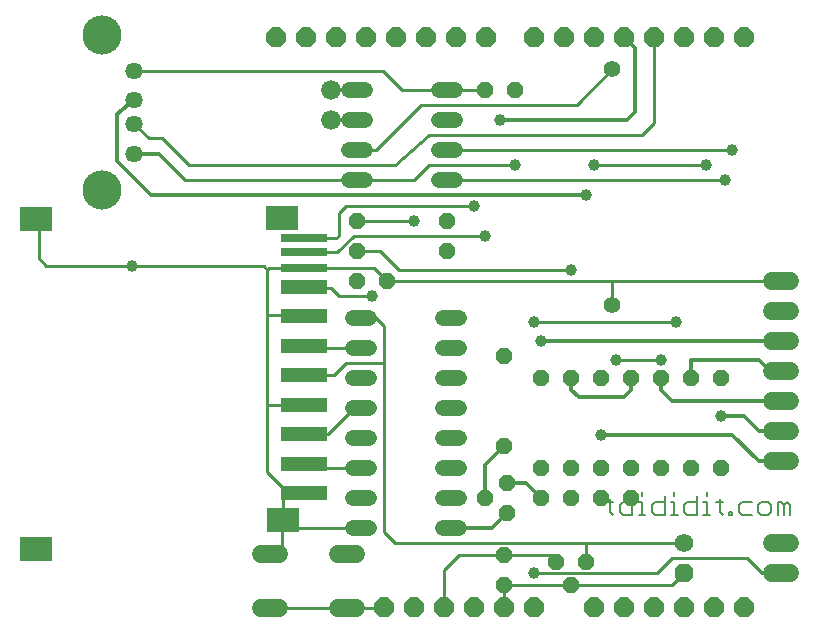
<source format=gtl>
G75*
%MOIN*%
%OFA0B0*%
%FSLAX24Y24*%
%IPPOS*%
%LPD*%
%AMOC8*
5,1,8,0,0,1.08239X$1,22.5*
%
%ADD10C,0.0060*%
%ADD11C,0.0600*%
%ADD12OC8,0.0520*%
%ADD13R,0.1102X0.0787*%
%ADD14R,0.1575X0.0276*%
%ADD15R,0.1575X0.0472*%
%ADD16OC8,0.0660*%
%ADD17OC8,0.0620*%
%ADD18C,0.0620*%
%ADD19C,0.0520*%
%ADD20C,0.0574*%
%ADD21C,0.1306*%
%ADD22C,0.0660*%
%ADD23C,0.0554*%
%ADD24C,0.0594*%
%ADD25C,0.0100*%
%ADD26C,0.0396*%
%ADD27C,0.0120*%
D10*
X023249Y004687D02*
X023355Y004580D01*
X023249Y004687D02*
X023249Y005114D01*
X023355Y005007D02*
X023142Y005007D01*
X023572Y004900D02*
X023678Y005007D01*
X023999Y005007D01*
X023999Y005221D02*
X023999Y004580D01*
X023678Y004580D01*
X023572Y004687D01*
X023572Y004900D01*
X024216Y005007D02*
X024323Y005007D01*
X024323Y004580D01*
X024216Y004580D02*
X024430Y004580D01*
X024646Y004687D02*
X024646Y004900D01*
X024753Y005007D01*
X025073Y005007D01*
X025073Y005221D02*
X025073Y004580D01*
X024753Y004580D01*
X024646Y004687D01*
X025290Y004580D02*
X025504Y004580D01*
X025397Y004580D02*
X025397Y005007D01*
X025290Y005007D01*
X025397Y005221D02*
X025397Y005327D01*
X025720Y004900D02*
X025827Y005007D01*
X026147Y005007D01*
X026147Y005221D02*
X026147Y004580D01*
X025827Y004580D01*
X025720Y004687D01*
X025720Y004900D01*
X026365Y005007D02*
X026471Y005007D01*
X026471Y004580D01*
X026365Y004580D02*
X026578Y004580D01*
X026901Y004687D02*
X026901Y005114D01*
X026794Y005007D02*
X027008Y005007D01*
X026901Y004687D02*
X027008Y004580D01*
X027224Y004580D02*
X027331Y004580D01*
X027331Y004687D01*
X027224Y004687D01*
X027224Y004580D01*
X027546Y004687D02*
X027546Y004900D01*
X027653Y005007D01*
X027973Y005007D01*
X028191Y004900D02*
X028191Y004687D01*
X028298Y004580D01*
X028511Y004580D01*
X028618Y004687D01*
X028618Y004900D01*
X028511Y005007D01*
X028298Y005007D01*
X028191Y004900D01*
X027973Y004580D02*
X027653Y004580D01*
X027546Y004687D01*
X026471Y005221D02*
X026471Y005327D01*
X024323Y005327D02*
X024323Y005221D01*
X028835Y005007D02*
X028835Y004580D01*
X029049Y004580D02*
X029049Y004900D01*
X029156Y005007D01*
X029262Y004900D01*
X029262Y004580D01*
X029049Y004900D02*
X028942Y005007D01*
X028835Y005007D01*
D11*
X028650Y006375D02*
X029250Y006375D01*
X029250Y007375D02*
X028650Y007375D01*
X028650Y008375D02*
X029250Y008375D01*
X029250Y009375D02*
X028650Y009375D01*
X028650Y010375D02*
X029250Y010375D01*
X029250Y011375D02*
X028650Y011375D01*
X028650Y012375D02*
X029250Y012375D01*
X014780Y003265D02*
X014180Y003265D01*
X012220Y003265D02*
X011620Y003265D01*
X011620Y001485D02*
X012220Y001485D01*
X014180Y001485D02*
X014780Y001485D01*
D12*
X019700Y002250D03*
X019700Y003250D03*
X021450Y003000D03*
X021950Y002250D03*
X022450Y003000D03*
X019825Y004625D03*
X019075Y005125D03*
X019825Y005625D03*
X020950Y005125D03*
X021950Y005125D03*
X022950Y005125D03*
X023950Y005125D03*
X023950Y006125D03*
X024950Y006125D03*
X025950Y006125D03*
X026950Y006125D03*
X026950Y009125D03*
X025950Y009125D03*
X024950Y009125D03*
X023950Y009125D03*
X022950Y009125D03*
X021950Y009125D03*
X020950Y009125D03*
X019700Y009875D03*
X015825Y012375D03*
X014825Y012375D03*
X014825Y013375D03*
X014825Y014375D03*
X017825Y014375D03*
X017825Y013375D03*
X019075Y018750D03*
X020075Y018750D03*
X019700Y006875D03*
X020950Y006125D03*
X021950Y006125D03*
X022950Y006125D03*
D13*
X004117Y003449D03*
X012346Y004394D03*
X012306Y014472D03*
X004117Y014433D03*
D14*
X013054Y013803D03*
X013054Y013331D03*
X013054Y012819D03*
D15*
X013054Y012189D03*
X013054Y011205D03*
X013054Y010220D03*
X013054Y009236D03*
X013054Y008252D03*
X013054Y007268D03*
X013054Y006283D03*
X013054Y005299D03*
D16*
X015700Y001500D03*
X016700Y001500D03*
X017700Y001500D03*
X018700Y001500D03*
X019700Y001500D03*
X020700Y001500D03*
X022700Y001500D03*
X023700Y001500D03*
X024700Y001500D03*
X025700Y001500D03*
X026700Y001500D03*
X027700Y001500D03*
X027700Y020500D03*
X026700Y020500D03*
X025700Y020500D03*
X024700Y020500D03*
X023700Y020500D03*
X022700Y020500D03*
X021700Y020500D03*
X020700Y020500D03*
X019100Y020500D03*
X018100Y020500D03*
X017100Y020500D03*
X016100Y020500D03*
X015100Y020500D03*
X014100Y020500D03*
X013100Y020500D03*
X012100Y020500D03*
D17*
X025700Y002625D03*
D18*
X025700Y003625D03*
D19*
X018210Y004125D02*
X017690Y004125D01*
X017690Y005125D02*
X018210Y005125D01*
X018210Y006125D02*
X017690Y006125D01*
X017690Y007125D02*
X018210Y007125D01*
X018210Y008125D02*
X017690Y008125D01*
X017690Y009125D02*
X018210Y009125D01*
X018210Y010125D02*
X017690Y010125D01*
X017690Y011125D02*
X018210Y011125D01*
X015210Y011125D02*
X014690Y011125D01*
X014690Y010125D02*
X015210Y010125D01*
X015210Y009125D02*
X014690Y009125D01*
X014690Y008125D02*
X015210Y008125D01*
X015210Y007125D02*
X014690Y007125D01*
X014690Y006125D02*
X015210Y006125D01*
X015210Y005125D02*
X014690Y005125D01*
X014690Y004125D02*
X015210Y004125D01*
X015085Y015750D02*
X014565Y015750D01*
X014565Y016750D02*
X015085Y016750D01*
X015085Y017750D02*
X014565Y017750D01*
X014565Y018750D02*
X015085Y018750D01*
X017565Y018750D02*
X018085Y018750D01*
X018085Y017750D02*
X017565Y017750D01*
X017565Y016750D02*
X018085Y016750D01*
X018085Y015750D02*
X017565Y015750D01*
D20*
X007392Y016622D03*
X007392Y017606D03*
X007392Y018394D03*
X007392Y019378D03*
D21*
X006325Y020587D03*
X006325Y015413D03*
D22*
X013950Y017750D03*
X013950Y018750D03*
D23*
X023325Y019437D03*
X023325Y011563D03*
D24*
X028653Y003625D02*
X029247Y003625D01*
X029247Y002625D02*
X028653Y002625D01*
D25*
X028950Y002625D02*
X028325Y002625D01*
X027825Y003125D01*
X025325Y003125D01*
X024825Y002625D01*
X020700Y002625D01*
X021450Y003000D02*
X021450Y003125D01*
X021325Y003250D01*
X019700Y003250D01*
X018200Y003250D01*
X017700Y002750D01*
X017700Y001500D01*
X015700Y001500D02*
X015685Y001485D01*
X014480Y001485D01*
X011920Y001485D01*
X011920Y003265D02*
X012185Y003265D01*
X012325Y003375D01*
X012325Y004373D01*
X012346Y004394D01*
X012346Y005354D01*
X012325Y005375D01*
X012450Y005375D01*
X011825Y006000D01*
X011825Y008250D01*
X013052Y008250D01*
X013054Y008252D01*
X013054Y009236D02*
X014061Y009236D01*
X014450Y009625D01*
X015700Y009625D01*
X015700Y004000D01*
X016075Y003625D01*
X022450Y003625D01*
X025700Y003625D01*
X025700Y002625D02*
X025325Y002250D01*
X021950Y002250D01*
X019700Y002250D01*
X019700Y001500D01*
X022450Y003000D02*
X022450Y003625D01*
X014950Y004125D02*
X012614Y004125D01*
X012346Y004394D01*
X012450Y005375D02*
X012979Y005375D01*
X013054Y005299D01*
X013213Y006125D02*
X014950Y006125D01*
X013843Y007268D02*
X014700Y008125D01*
X014950Y008125D01*
X013843Y007268D02*
X013054Y007268D01*
X013054Y006283D02*
X013213Y006125D01*
X011825Y008250D02*
X011825Y011250D01*
X013009Y011250D01*
X013054Y011205D01*
X013950Y012125D02*
X014200Y011875D01*
X015325Y011875D01*
X015825Y012375D02*
X023325Y012375D01*
X023325Y011563D01*
X023325Y012375D02*
X028950Y012375D01*
X025450Y011000D02*
X020700Y011000D01*
X021950Y012750D02*
X016200Y012750D01*
X015575Y013375D01*
X014825Y013375D01*
X015381Y012819D02*
X015825Y012375D01*
X015381Y012819D02*
X013054Y012819D01*
X011894Y012819D01*
X011825Y012750D01*
X011700Y012875D01*
X007325Y012875D01*
X004450Y012875D01*
X004200Y013125D01*
X004200Y014516D01*
X004117Y014433D01*
X007325Y016625D02*
X008200Y016625D01*
X008203Y016622D01*
X009075Y015750D01*
X014825Y015750D01*
X016700Y015750D01*
X017200Y016250D01*
X020075Y016250D01*
X018700Y014875D02*
X014450Y014875D01*
X014200Y014625D01*
X014200Y013875D01*
X014128Y013803D01*
X013054Y013803D01*
X013054Y013331D02*
X014156Y013331D01*
X014700Y013875D01*
X019075Y013875D01*
X017825Y015750D02*
X027075Y015750D01*
X026450Y016250D02*
X022700Y016250D01*
X024325Y017250D02*
X017200Y017250D01*
X016075Y016250D01*
X009200Y016250D01*
X008325Y017125D01*
X007873Y017125D01*
X007392Y017606D01*
X007392Y016622D02*
X008203Y016622D01*
X007392Y019378D02*
X015697Y019378D01*
X016325Y018750D01*
X017825Y018750D01*
X019075Y018750D01*
X016950Y018250D02*
X022138Y018250D01*
X023325Y019437D01*
X024700Y020500D02*
X024700Y017625D01*
X024325Y017250D01*
X027325Y016750D02*
X017825Y016750D01*
X016950Y018250D02*
X015450Y016750D01*
X014825Y016750D01*
X014825Y017750D02*
X013950Y017750D01*
X013950Y018750D02*
X014825Y018750D01*
X014825Y014375D02*
X016700Y014375D01*
X013950Y012125D02*
X013118Y012125D01*
X013054Y012189D01*
X013054Y012819D02*
X011881Y012819D01*
X011825Y012750D01*
X011825Y011250D01*
X013054Y010220D02*
X013150Y010125D01*
X014950Y010125D01*
X015700Y009625D02*
X015700Y010875D01*
X015450Y011125D01*
X014950Y011125D01*
X023450Y009750D02*
X024950Y009750D01*
D26*
X024950Y009750D03*
X025450Y011000D03*
X023450Y009750D03*
X020950Y010375D03*
X020700Y011000D03*
X021950Y012750D03*
X019075Y013875D03*
X018700Y014875D03*
X016700Y014375D03*
X020075Y016250D03*
X019575Y017750D03*
X022700Y016250D03*
X022450Y015250D03*
X026450Y016250D03*
X027075Y015750D03*
X027325Y016750D03*
X015325Y011875D03*
X022950Y007250D03*
X026950Y007875D03*
X020700Y002625D03*
X007325Y012875D03*
D27*
X007950Y015250D02*
X006825Y016375D01*
X006825Y017952D01*
X007392Y018394D01*
X007950Y015250D02*
X022450Y015250D01*
X023825Y017750D02*
X019575Y017750D01*
X023825Y017750D02*
X024075Y018000D01*
X024075Y020125D01*
X023700Y020500D01*
X020950Y010375D02*
X028950Y010375D01*
X028200Y009750D02*
X025950Y009750D01*
X025950Y009125D01*
X025325Y008375D02*
X024950Y008750D01*
X024950Y009125D01*
X023950Y009125D02*
X023950Y008750D01*
X023700Y008500D01*
X022200Y008500D01*
X021950Y008750D01*
X021950Y009125D01*
X022950Y007250D02*
X027325Y007250D01*
X028200Y006375D01*
X028950Y006375D01*
X028950Y007375D02*
X028200Y007375D01*
X027700Y007875D01*
X026950Y007875D01*
X025325Y008375D02*
X028950Y008375D01*
X028950Y009375D02*
X028575Y009375D01*
X028200Y009750D01*
X020950Y005125D02*
X020450Y005625D01*
X019825Y005625D01*
X019075Y005125D02*
X019075Y006250D01*
X019700Y006875D01*
X019825Y004625D02*
X019325Y004125D01*
X017950Y004125D01*
M02*

</source>
